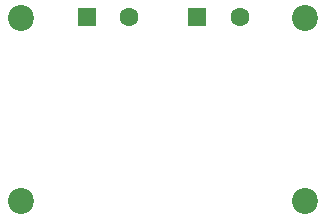
<source format=gbs>
G04 #@! TF.GenerationSoftware,KiCad,Pcbnew,(6.0.7-1)-1*
G04 #@! TF.CreationDate,2024-07-24T16:53:06+03:00*
G04 #@! TF.ProjectId,Thermal,54686572-6d61-46c2-9e6b-696361645f70,rev?*
G04 #@! TF.SameCoordinates,Original*
G04 #@! TF.FileFunction,Soldermask,Bot*
G04 #@! TF.FilePolarity,Negative*
%FSLAX46Y46*%
G04 Gerber Fmt 4.6, Leading zero omitted, Abs format (unit mm)*
G04 Created by KiCad (PCBNEW (6.0.7-1)-1) date 2024-07-24 16:53:06*
%MOMM*%
%LPD*%
G01*
G04 APERTURE LIST*
G04 Aperture macros list*
%AMRoundRect*
0 Rectangle with rounded corners*
0 $1 Rounding radius*
0 $2 $3 $4 $5 $6 $7 $8 $9 X,Y pos of 4 corners*
0 Add a 4 corners polygon primitive as box body*
4,1,4,$2,$3,$4,$5,$6,$7,$8,$9,$2,$3,0*
0 Add four circle primitives for the rounded corners*
1,1,$1+$1,$2,$3*
1,1,$1+$1,$4,$5*
1,1,$1+$1,$6,$7*
1,1,$1+$1,$8,$9*
0 Add four rect primitives between the rounded corners*
20,1,$1+$1,$2,$3,$4,$5,0*
20,1,$1+$1,$4,$5,$6,$7,0*
20,1,$1+$1,$6,$7,$8,$9,0*
20,1,$1+$1,$8,$9,$2,$3,0*%
G04 Aperture macros list end*
%ADD10RoundRect,0.250000X-0.550000X-0.550000X0.550000X-0.550000X0.550000X0.550000X-0.550000X0.550000X0*%
%ADD11C,1.600000*%
%ADD12C,2.200000*%
G04 APERTURE END LIST*
D10*
X402900000Y-93950000D03*
D11*
X406500000Y-93950000D03*
D10*
X393550000Y-93950000D03*
D11*
X397150000Y-93950000D03*
D12*
X388000000Y-94000000D03*
X388000000Y-94000000D03*
X412000000Y-94000000D03*
X412000000Y-94000000D03*
X387963800Y-109500000D03*
X387963800Y-109500000D03*
X412000000Y-109500000D03*
X412000000Y-109500000D03*
M02*

</source>
